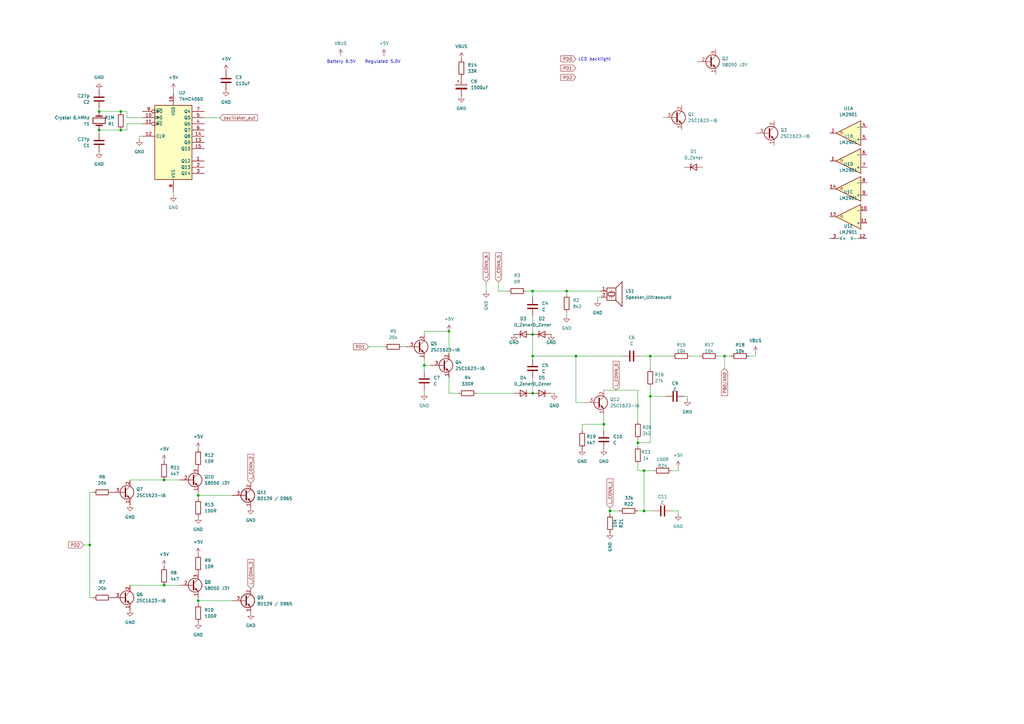
<source format=kicad_sch>
(kicad_sch (version 20231120) (generator "eeschema") (generator_version "8.0")
  (paper "A3")
  (lib_symbols
    (symbol "74xx:74HC4060"
      (property "Reference" "U" (at 5.08 16.51 0))
      (property "Value" "74HC4060" (at 7.62 -16.51 0))
      (symbol "74HC4060_1_0"
        (pin output line (at 12.7 -7.62 180) (length 5.08) (name "Q12") (number "1"))
        (pin input clock (at -12.7 10.16 0) (length 5.08) (name "Φ0") (number "10"))
        (pin input inverted_clock (at -12.7 7.62 0) (length 5.08) (name "~{Φ1}") (number "11"))
        (pin input line (at -12.7 2.54 0) (length 5.08) (name "CLR") (number "12"))
        (pin output line (at 12.7 0 180) (length 5.08) (name "Q9") (number "13"))
        (pin output line (at 12.7 2.54 180) (length 5.08) (name "Q8") (number "14"))
        (pin output line (at 12.7 -2.54 180) (length 5.08) (name "Q10") (number "15"))
        (pin power_in line (at 0 20.32 270) (length 5.08) (name "VDD") (number "16"))
        (pin output line (at 12.7 -10.16 180) (length 5.08) (name "Q13") (number "2"))
        (pin output line (at 12.7 -12.7 180) (length 5.08) (name "Q14") (number "3"))
        (pin output line (at 12.7 7.62 180) (length 5.08) (name "Q6") (number "4"))
        (pin output line (at 12.7 10.16 180) (length 5.08) (name "Q5") (number "5"))
        (pin output line (at 12.7 5.08 180) (length 5.08) (name "Q7") (number "6"))
        (pin output line (at 12.7 12.7 180) (length 5.08) (name "Q4") (number "7"))
        (pin power_in line (at 0 -20.32 90) (length 5.08) (name "VSS") (number "8"))
        (pin input inverted_clock (at -12.7 12.7 0) (length 5.08) (name "~{Φ0}") (number "9"))
      )
      (symbol "74HC4060_1_1"
        (rectangle (start -7.62 15.24) (end 7.62 -15.24) (stroke (width 0.254)) (fill (type background)))
      )
    )
    (symbol "Comparator:LM2901" (pin_names (offset 0.127))
      (property "Reference" "U" (at 0 5.08 0))
      (property "Value" "LM2901" (at 0 -5.08 0))
      (symbol "LM2901_1_1"
        (polyline (pts (xy -5.08 5.08) (xy 5.08 0) (xy -5.08 -5.08) (xy -5.08 5.08)) (stroke (width 0.254)) (fill (type background)))
        (polyline (pts (xy 3.302 -0.508) (xy 2.794 -0.508) (xy 3.302 0) (xy 2.794 0.508) (xy 2.286 0) (xy 2.794 -0.508) (xy 2.286 -0.508)) (stroke (width 0.127)))
        (pin open_collector line (at 7.62 0 180) (length 2.54) (name "~") (number "2"))
        (pin input line (at -7.62 -2.54 0) (length 2.54) (name "-") (number "4"))
        (pin input line (at -7.62 2.54 0) (length 2.54) (name "+") (number "5"))
      )
      (symbol "LM2901_2_1"
        (polyline (pts (xy -5.08 5.08) (xy 5.08 0) (xy -5.08 -5.08) (xy -5.08 5.08)) (stroke (width 0.254)) (fill (type background)))
        (polyline (pts (xy 3.302 -0.508) (xy 2.794 -0.508) (xy 3.302 0) (xy 2.794 0.508) (xy 2.286 0) (xy 2.794 -0.508) (xy 2.286 -0.508)) (stroke (width 0.127)))
        (pin open_collector line (at 7.62 0 180) (length 2.54) (name "~") (number "1"))
        (pin input line (at -7.62 -2.54 0) (length 2.54) (name "-") (number "6"))
        (pin input line (at -7.62 2.54 0) (length 2.54) (name "+") (number "7"))
      )
      (symbol "LM2901_3_1"
        (polyline (pts (xy -5.08 5.08) (xy 5.08 0) (xy -5.08 -5.08) (xy -5.08 5.08)) (stroke (width 0.254)) (fill (type background)))
        (polyline (pts (xy 3.302 -0.508) (xy 2.794 -0.508) (xy 3.302 0) (xy 2.794 0.508) (xy 2.286 0) (xy 2.794 -0.508) (xy 2.286 -0.508)) (stroke (width 0.127)))
        (pin input line (at -7.62 -2.54 0) (length 2.54) (name "-") (number "10"))
        (pin input line (at -7.62 2.54 0) (length 2.54) (name "+") (number "11"))
        (pin open_collector line (at 7.62 0 180) (length 2.54) (name "~") (number "13"))
      )
      (symbol "LM2901_4_1"
        (polyline (pts (xy -5.08 5.08) (xy 5.08 0) (xy -5.08 -5.08) (xy -5.08 5.08)) (stroke (width 0.254)) (fill (type background)))
        (polyline (pts (xy 3.302 -0.508) (xy 2.794 -0.508) (xy 3.302 0) (xy 2.794 0.508) (xy 2.286 0) (xy 2.794 -0.508) (xy 2.286 -0.508)) (stroke (width 0.127)))
        (pin open_collector line (at 7.62 0 180) (length 2.54) (name "~") (number "14"))
        (pin input line (at -7.62 -2.54 0) (length 2.54) (name "-") (number "8"))
        (pin input line (at -7.62 2.54 0) (length 2.54) (name "+") (number "9"))
      )
      (symbol "LM2901_5_1"
        (pin power_in line (at -2.54 -7.62 90) (length 3.81) (name "V-") (number "12"))
        (pin power_in line (at -2.54 7.62 270) (length 3.81) (name "V+") (number "3"))
      )
    )
    (symbol "Device:C" (pin_numbers hide) (pin_names (offset 0.254))
      (property "Reference" "C" (at 0.635 2.54 0))
      (property "Value" "C" (at 0.635 -2.54 0))
      (symbol "C_0_1"
        (polyline (pts (xy -2.032 -0.762) (xy 2.032 -0.762)) (stroke (width 0.508)))
        (polyline (pts (xy -2.032 0.762) (xy 2.032 0.762)) (stroke (width 0.508)))
      )
      (symbol "C_1_1"
        (pin passive line (at 0 3.81 270) (length 2.794) (name "~") (number "1"))
        (pin passive line (at 0 -3.81 90) (length 2.794) (name "~") (number "2"))
      )
    )
    (symbol "Device:C_Polarized" (pin_numbers hide) (pin_names (offset 0.254))
      (property "Reference" "C" (at 0.635 2.54 0))
      (property "Value" "C_Polarized" (at 0.635 -2.54 0))
      (symbol "C_Polarized_0_1"
        (rectangle (start -2.286 0.508) (end 2.286 1.016))
        (polyline (pts (xy -1.778 2.286) (xy -0.762 2.286)))
        (polyline (pts (xy -1.27 2.794) (xy -1.27 1.778)))
        (rectangle (start 2.286 -0.508) (end -2.286 -1.016) (fill (type outline)))
      )
      (symbol "C_Polarized_1_1"
        (pin passive line (at 0 3.81 270) (length 2.794) (name "~") (number "1"))
        (pin passive line (at 0 -3.81 90) (length 2.794) (name "~") (number "2"))
      )
    )
    (symbol "Device:Crystal" (pin_numbers hide) (pin_names (offset 1.016) hide)
      (property "Reference" "Y" (at 0 3.81 0))
      (property "Value" "Crystal" (at 0 -3.81 0))
      (symbol "Crystal_0_1"
        (rectangle (start -1.143 2.54) (end 1.143 -2.54) (stroke (width 0.3048)))
        (polyline (pts (xy -2.54 0) (xy -1.905 0)))
        (polyline (pts (xy -1.905 -1.27) (xy -1.905 1.27)) (stroke (width 0.508)))
        (polyline (pts (xy 1.905 -1.27) (xy 1.905 1.27)) (stroke (width 0.508)))
        (polyline (pts (xy 2.54 0) (xy 1.905 0)))
      )
      (symbol "Crystal_1_1"
        (pin passive line (at -3.81 0 0) (length 1.27) (name "1") (number "1"))
        (pin passive line (at 3.81 0 180) (length 1.27) (name "2") (number "2"))
      )
    )
    (symbol "Device:D_Zener" (pin_numbers hide) (pin_names (offset 1.016) hide)
      (property "Reference" "D" (at 0 2.54 0))
      (property "Value" "D_Zener" (at 0 -2.54 0))
      (symbol "D_Zener_0_1"
        (polyline (pts (xy 1.27 0) (xy -1.27 0)))
        (polyline (pts (xy -1.27 -1.27) (xy -1.27 1.27) (xy -0.762 1.27)) (stroke (width 0.254)))
        (polyline (pts (xy 1.27 -1.27) (xy 1.27 1.27) (xy -1.27 0) (xy 1.27 -1.27)) (stroke (width 0.254)))
      )
      (symbol "D_Zener_1_1"
        (pin passive line (at -3.81 0 0) (length 2.54) (name "K") (number "1"))
        (pin passive line (at 3.81 0 180) (length 2.54) (name "A") (number "2"))
      )
    )
    (symbol "Device:R" (pin_numbers hide) (pin_names (offset 0))
      (property "Reference" "R" (at 2.032 0 90))
      (property "Value" "R" (at 0 0 90))
      (symbol "R_0_1"
        (rectangle (start -1.016 -2.54) (end 1.016 2.54) (stroke (width 0.254)))
      )
      (symbol "R_1_1"
        (pin passive line (at 0 3.81 270) (length 1.27) (name "~") (number "1"))
        (pin passive line (at 0 -3.81 90) (length 1.27) (name "~") (number "2"))
      )
    )
    (symbol "Device:Speaker_Ultrasound" (pin_names (offset 0) hide)
      (property "Reference" "LS" (at 0.635 5.715 0))
      (property "Value" "Speaker_Ultrasound" (at 0.635 3.81 0))
      (symbol "Speaker_Ultrasound_0_0"
        (rectangle (start -2.54 1.27) (end 1.143 -3.81) (stroke (width 0.254)))
        (rectangle (start -2.032 -0.635) (end 0.635 -1.905) (stroke (width 0.254)))
        (polyline (pts (xy -1.651 -2.286) (xy 0.381 -2.286)))
        (polyline (pts (xy -1.651 -0.254) (xy 0.381 -0.254)))
        (polyline (pts (xy -0.635 -2.286) (xy -0.635 -3.048)))
        (polyline (pts (xy -0.635 -0.254) (xy -0.635 0.508)))
        (polyline (pts (xy 1.143 1.27) (xy 3.683 3.81) (xy 3.683 -6.35) (xy 1.143 -3.81)) (stroke (width 0.254)))
      )
      (symbol "Speaker_Ultrasound_1_1"
        (pin input line (at -5.08 0 0) (length 2.54) (name "1") (number "1"))
        (pin input line (at -5.08 -2.54 0) (length 2.54) (name "2") (number "2"))
      )
    )
    (symbol "Transistor_BJT:2SC1815" (pin_names (offset 0) hide)
      (property "Reference" "Q" (at 5.08 1.905 0))
      (property "Value" "2SC1815" (at 5.08 0 0))
      (symbol "2SC1815_0_1"
        (polyline (pts (xy 0 0) (xy 0.508 0)))
        (polyline (pts (xy 0.635 0.635) (xy 2.54 2.54)))
        (polyline (pts (xy 0.635 -0.635) (xy 2.54 -2.54) (xy 2.54 -2.54)))
        (polyline (pts (xy 0.635 1.905) (xy 0.635 -1.905) (xy 0.635 -1.905)) (stroke (width 0.508)))
        (polyline (pts (xy 1.27 -1.778) (xy 1.778 -1.27) (xy 2.286 -2.286) (xy 1.27 -1.778) (xy 1.27 -1.778)) (fill (type outline)))
        (circle (center 1.27 0) (radius 2.8194) (stroke (width 0.254)))
      )
      (symbol "2SC1815_1_1"
        (pin passive line (at 2.54 -5.08 90) (length 2.54) (name "E") (number "1"))
        (pin passive line (at 2.54 5.08 270) (length 2.54) (name "C") (number "2"))
        (pin input line (at -5.08 0 0) (length 5.08) (name "B") (number "3"))
      )
    )
    (symbol "Transistor_BJT:BD139" (pin_names (offset 0) hide)
      (property "Reference" "Q" (at 5.08 1.905 0))
      (property "Value" "BD139" (at 5.08 0 0))
      (symbol "BD139_0_1"
        (polyline (pts (xy 0 0) (xy 0.635 0)))
        (polyline (pts (xy 2.54 -2.54) (xy 0.635 -0.635)))
        (polyline (pts (xy 2.54 2.54) (xy 0.635 0.635)))
        (polyline (pts (xy 0.635 1.905) (xy 0.635 -1.905) (xy 0.635 -1.905)) (stroke (width 0.508)) (fill (type outline)))
        (polyline (pts (xy 1.2446 -1.778) (xy 1.7526 -1.27) (xy 2.286 -2.286) (xy 1.2446 -1.778) (xy 1.2446 -1.778)) (fill (type outline)))
        (circle (center 1.27 0) (radius 2.8194) (stroke (width 0.3048)))
      )
      (symbol "BD139_1_1"
        (pin passive line (at 2.54 -5.08 90) (length 2.54) (name "E") (number "1"))
        (pin passive line (at 2.54 5.08 270) (length 2.54) (name "C") (number "2"))
        (pin input line (at -5.08 0 0) (length 5.08) (name "B") (number "3"))
      )
    )
    (symbol "Transistor_BJT:S8050" (pin_names (offset 0) hide)
      (property "Reference" "Q" (at 5.08 1.905 0))
      (property "Value" "S8050" (at 5.08 0 0))
      (symbol "S8050_0_1"
        (polyline (pts (xy 0 0) (xy 0.635 0)))
        (polyline (pts (xy 0.635 0.635) (xy 2.54 2.54)))
        (polyline (pts (xy 0.635 -0.635) (xy 2.54 -2.54) (xy 2.54 -2.54)))
        (polyline (pts (xy 0.635 1.905) (xy 0.635 -1.905) (xy 0.635 -1.905)) (stroke (width 0.508)))
        (polyline (pts (xy 1.27 -1.778) (xy 1.778 -1.27) (xy 2.286 -2.286) (xy 1.27 -1.778) (xy 1.27 -1.778)) (fill (type outline)))
        (circle (center 1.27 0) (radius 2.8194) (stroke (width 0.254)))
      )
      (symbol "S8050_1_1"
        (pin passive line (at 2.54 -5.08 90) (length 2.54) (name "E") (number "1"))
        (pin input line (at -5.08 0 0) (length 5.08) (name "B") (number "2"))
        (pin passive line (at 2.54 5.08 270) (length 2.54) (name "C") (number "3"))
      )
    )
    (symbol "power:+5V" (power) (pin_numbers hide) (pin_names (offset 0) hide)
      (property "Value" "+5V" (at 0 3.556 0))
      (symbol "+5V_0_1"
        (polyline (pts (xy -0.762 1.27) (xy 0 2.54)))
        (polyline (pts (xy 0 0) (xy 0 2.54)))
        (polyline (pts (xy 0 2.54) (xy 0.762 1.27)))
      )
      (symbol "+5V_1_1"
        (pin power_in line (at 0 0 90) (length 0) (name "~") (number "1"))
      )
    )
    (symbol "power:GND" (power) (pin_numbers hide) (pin_names (offset 0) hide)
      (property "Value" "GND" (at 0 -3.81 0))
      (symbol "GND_0_1"
        (polyline (pts (xy 0 0) (xy 0 -1.27) (xy 1.27 -1.27) (xy 0 -2.54) (xy -1.27 -1.27) (xy 0 -1.27)))
      )
      (symbol "GND_1_1"
        (pin power_in line (at 0 0 270) (length 0) (name "~") (number "1"))
      )
    )
    (symbol "power:VBUS" (power) (pin_numbers hide) (pin_names (offset 0) hide)
      (property "Value" "VBUS" (at 0 3.556 0))
      (symbol "VBUS_0_1"
        (polyline (pts (xy -0.762 1.27) (xy 0 2.54)))
        (polyline (pts (xy 0 0) (xy 0 2.54)))
        (polyline (pts (xy 0 2.54) (xy 0.762 1.27)))
      )
      (symbol "VBUS_1_1"
        (pin power_in line (at 0 0 90) (length 0) (name "~") (number "1"))
      )
    )
  )
  (junction (at 297.18 146.05))
  (junction (at 250.19 209.55))
  (junction (at 81.28 246.38))
  (junction (at 81.28 203.2))
  (junction (at 173.99 149.86))
  (junction (at 247.65 173.99))
  (junction (at 67.31 196.85))
  (junction (at 218.44 137.16))
  (junction (at 236.22 146.05))
  (junction (at 266.7 162.56))
  (junction (at 264.16 193.04))
  (junction (at 67.31 240.03))
  (junction (at 261.62 181.61))
  (junction (at 266.7 146.05))
  (junction (at 40.64 45.72))
  (junction (at 49.53 53.34))
  (junction (at 218.44 161.29))
  (junction (at 40.64 53.34))
  (junction (at 36.83 223.52))
  (junction (at 232.41 119.38))
  (junction (at 264.16 209.55))
  (junction (at 218.44 146.05))
  (junction (at 184.15 135.89))
  (junction (at 49.53 45.72))
  (junction (at 218.44 119.38))
  (wire (pts (xy 280.67 162.56) (xy 281.94 162.56)))
  (wire (pts (xy 247.65 170.18) (xy 247.65 173.99)))
  (wire (pts (xy 81.28 247.65) (xy 81.28 246.38)))
  (wire (pts (xy 281.94 162.56) (xy 281.94 163.83)))
  (wire (pts (xy 266.7 181.61) (xy 261.62 181.61)))
  (wire (pts (xy 261.62 160.02) (xy 261.62 172.72)))
  (wire (pts (xy 184.15 135.89) (xy 184.15 144.78)))
  (wire (pts (xy 218.44 137.16) (xy 218.44 146.05)))
  (wire (pts (xy 218.44 161.29) (xy 218.44 154.94)))
  (wire (pts (xy 173.99 160.02) (xy 173.99 161.29)))
  (wire (pts (xy 264.16 209.55) (xy 261.62 209.55)))
  (wire (pts (xy 247.65 160.02) (xy 261.62 160.02)))
  (wire (pts (xy 278.13 191.77) (xy 278.13 193.04)))
  (wire (pts (xy 36.83 201.93) (xy 36.83 223.52)))
  (wire (pts (xy 232.41 129.54) (xy 232.41 128.27)))
  (wire (pts (xy 173.99 147.32) (xy 173.99 149.86)))
  (wire (pts (xy 36.83 223.52) (xy 36.83 245.11)))
  (wire (pts (xy 173.99 135.89) (xy 184.15 135.89)))
  (wire (pts (xy 83.82 48.26) (xy 90.17 48.26)))
  (wire (pts (xy 218.44 119.38) (xy 232.41 119.38)))
  (wire (pts (xy 245.11 121.92) (xy 245.11 123.19)))
  (wire (pts (xy 52.07 45.72) (xy 49.53 45.72)))
  (wire (pts (xy 165.1 142.24) (xy 166.37 142.24)))
  (wire (pts (xy 299.72 146.05) (xy 297.18 146.05)))
  (wire (pts (xy 218.44 121.92) (xy 218.44 119.38)))
  (wire (pts (xy 204.47 115.57) (xy 204.47 119.38)))
  (wire (pts (xy 195.58 161.29) (xy 210.82 161.29)))
  (wire (pts (xy 266.7 151.13) (xy 266.7 146.05)))
  (wire (pts (xy 261.62 193.04) (xy 264.16 193.04)))
  (wire (pts (xy 52.07 53.34) (xy 49.53 53.34)))
  (wire (pts (xy 58.42 48.26) (xy 52.07 48.26)))
  (wire (pts (xy 81.28 246.38) (xy 81.28 245.11)))
  (wire (pts (xy 173.99 152.4) (xy 173.99 149.86)))
  (wire (pts (xy 262.89 146.05) (xy 266.7 146.05)))
  (wire (pts (xy 297.18 151.13) (xy 297.18 146.05)))
  (wire (pts (xy 287.02 146.05) (xy 283.21 146.05)))
  (wire (pts (xy 81.28 246.38) (xy 95.25 246.38)))
  (wire (pts (xy 57.15 55.88) (xy 57.15 57.15)))
  (wire (pts (xy 215.9 119.38) (xy 218.44 119.38)))
  (wire (pts (xy 236.22 146.05) (xy 218.44 146.05)))
  (wire (pts (xy 151.13 142.24) (xy 157.48 142.24)))
  (wire (pts (xy 36.83 201.93) (xy 38.1 201.93)))
  (wire (pts (xy 264.16 193.04) (xy 267.97 193.04)))
  (wire (pts (xy 173.99 135.89) (xy 173.99 137.16)))
  (wire (pts (xy 49.53 45.72) (xy 40.64 45.72)))
  (wire (pts (xy 53.34 240.03) (xy 67.31 240.03)))
  (wire (pts (xy 264.16 193.04) (xy 264.16 209.55)))
  (wire (pts (xy 297.18 146.05) (xy 294.64 146.05)))
  (wire (pts (xy 278.13 209.55) (xy 275.59 209.55)))
  (wire (pts (xy 184.15 161.29) (xy 187.96 161.29)))
  (wire (pts (xy 58.42 55.88) (xy 57.15 55.88)))
  (wire (pts (xy 232.41 119.38) (xy 246.38 119.38)))
  (wire (pts (xy 247.65 173.99) (xy 247.65 176.53)))
  (wire (pts (xy 218.44 129.54) (xy 218.44 137.16)))
  (wire (pts (xy 266.7 146.05) (xy 275.59 146.05)))
  (wire (pts (xy 49.53 53.34) (xy 40.64 53.34)))
  (wire (pts (xy 81.28 203.2) (xy 81.28 201.93)))
  (wire (pts (xy 71.12 36.83) (xy 71.12 38.1)))
  (wire (pts (xy 273.05 162.56) (xy 266.7 162.56)))
  (wire (pts (xy 199.39 119.38) (xy 199.39 115.57)))
  (wire (pts (xy 34.29 223.52) (xy 36.83 223.52)))
  (wire (pts (xy 266.7 162.56) (xy 266.7 181.61)))
  (wire (pts (xy 278.13 193.04) (xy 275.59 193.04)))
  (wire (pts (xy 254 209.55) (xy 250.19 209.55)))
  (wire (pts (xy 238.76 173.99) (xy 247.65 173.99)))
  (wire (pts (xy 261.62 181.61) (xy 261.62 180.34)))
  (wire (pts (xy 81.28 204.47) (xy 81.28 203.2)))
  (wire (pts (xy 278.13 210.82) (xy 278.13 209.55)))
  (wire (pts (xy 218.44 147.32) (xy 218.44 146.05)))
  (wire (pts (xy 67.31 240.03) (xy 73.66 240.03)))
  (wire (pts (xy 173.99 149.86) (xy 176.53 149.86)))
  (wire (pts (xy 255.27 146.05) (xy 236.22 146.05)))
  (wire (pts (xy 81.28 203.2) (xy 95.25 203.2)))
  (wire (pts (xy 71.12 78.74) (xy 71.12 80.01)))
  (wire (pts (xy 38.1 245.11) (xy 36.83 245.11)))
  (wire (pts (xy 250.19 210.82) (xy 250.19 209.55)))
  (wire (pts (xy 58.42 50.8) (xy 52.07 50.8)))
  (wire (pts (xy 232.41 120.65) (xy 232.41 119.38)))
  (wire (pts (xy 309.88 146.05) (xy 309.88 144.78)))
  (wire (pts (xy 238.76 176.53) (xy 238.76 173.99)))
  (wire (pts (xy 261.62 182.88) (xy 261.62 181.61)))
  (wire (pts (xy 40.64 54.61) (xy 40.64 53.34)))
  (wire (pts (xy 67.31 196.85) (xy 73.66 196.85)))
  (wire (pts (xy 52.07 48.26) (xy 52.07 45.72)))
  (wire (pts (xy 227.33 161.29) (xy 226.06 161.29)))
  (wire (pts (xy 204.47 119.38) (xy 208.28 119.38)))
  (wire (pts (xy 246.38 121.92) (xy 245.11 121.92)))
  (wire (pts (xy 184.15 154.94) (xy 184.15 161.29)))
  (wire (pts (xy 240.03 165.1) (xy 236.22 165.1)))
  (wire (pts (xy 40.64 45.72) (xy 40.64 44.45)))
  (wire (pts (xy 236.22 165.1) (xy 236.22 146.05)))
  (wire (pts (xy 52.07 50.8) (xy 52.07 53.34)))
  (wire (pts (xy 307.34 146.05) (xy 309.88 146.05)))
  (wire (pts (xy 53.34 196.85) (xy 67.31 196.85)))
  (wire (pts (xy 267.97 209.55) (xy 264.16 209.55)))
  (wire (pts (xy 266.7 162.56) (xy 266.7 158.75)))
  (wire (pts (xy 261.62 190.5) (xy 261.62 193.04)))
  (wire (pts (xy 250.19 209.55) (xy 250.19 208.28)))
  (text "Regulated 5.0V" (at 156.972 25.4 0) (effects (font (size 1.27 1.27))))
  (text "LCD backlight" (at 243.84 24.384 0) (effects (font (size 1.27 1.27))))
  (text "Battery 6.5V" (at 139.954 25.4 0) (effects (font (size 1.27 1.27))))
  (global_label "L_CONN_6" (shape input) (at 199.39 115.57 90) (property "Intersheetrefs" "${INTERSHEET_REFS}" (effects (hide yes))))
  (global_label "PD2" (shape input) (at 34.29 223.52 180) (property "Intersheetrefs" "${INTERSHEET_REFS}" (effects (hide yes))))
  (global_label "L_CONN_5" (shape input) (at 204.47 115.57 90) (property "Intersheetrefs" "${INTERSHEET_REFS}" (effects (hide yes))))
  (global_label "L_CONN_0" (shape input) (at 252.73 160.02 90) (property "Intersheetrefs" "${INTERSHEET_REFS}" (effects (hide yes))))
  (global_label "PD1" (shape input) (at 236.22 27.94 180) (property "Intersheetrefs" "${INTERSHEET_REFS}" (effects (hide yes))))
  (global_label "L_CONN_3" (shape input) (at 102.87 241.3 90) (property "Intersheetrefs" "${INTERSHEET_REFS}" (effects (hide yes))))
  (global_label "PD0" (shape input) (at 236.22 24.13 180) (property "Intersheetrefs" "${INTERSHEET_REFS}" (effects (hide yes))))
  (global_label "oscillator_out" (shape input) (at 90.17 48.26 0) (property "Intersheetrefs" "${INTERSHEET_REFS}" (effects (hide yes))))
  (global_label "L_CONN_1" (shape input) (at 250.19 208.28 90) (property "Intersheetrefs" "${INTERSHEET_REFS}" (effects (hide yes))))
  (global_label "L_CONN_2" (shape input) (at 102.87 198.12 90) (property "Intersheetrefs" "${INTERSHEET_REFS}" (effects (hide yes))))
  (global_label "PD2" (shape input) (at 236.22 31.75 180) (property "Intersheetrefs" "${INTERSHEET_REFS}" (effects (hide yes))))
  (global_label "PD1" (shape input) (at 151.13 142.24 180) (property "Intersheetrefs" "${INTERSHEET_REFS}" (effects (hide yes))))
  (global_label "PB0{slash}AN0" (shape input) (at 297.18 151.13 270) (property "Intersheetrefs" "${INTERSHEET_REFS}" (effects (hide yes))))
  (symbol (lib_id "power:+5V") (at 67.31 189.23 0) (unit 1)
    (property "Reference" "#PWR023" (effects (hide yes)))
    (property "Value" "+5V" (at 67.31 184.15 0))
    (property "Description" "Power symbol creates a global label with name \"+5V\"" (effects (hide yes)))
  )
  (symbol (lib_id "power:GND") (at 250.19 218.44 0) (unit 1)
    (property "Reference" "#PWR032" (effects (hide yes)))
    (property "Value" "GND" (at 250.1901 222.25 90) (effects (justify right)))
    (property "Description" "Power symbol creates a global label with name \"GND\" , ground" (effects (hide yes)))
  )
  (symbol (lib_id "Device:Speaker_Ultrasound") (at 251.46 119.38 0) (unit 1)
    (property "Reference" "LS1" (at 256.54 119.3799 0) (effects (justify left)))
    (property "Value" "Speaker_Ultrasound" (at 256.54 121.9199 0) (effects (justify left)))
    (property "Description" "Ultrasonic transducer" (effects (hide yes)))
  )
  (symbol (lib_id "power:GND") (at 245.11 123.19 0) (unit 1)
    (property "Reference" "#PWR03" (effects (hide yes)))
    (property "Value" "GND" (at 245.11 128.27 0))
    (property "Description" "Power symbol creates a global label with name \"GND\" , ground" (effects (hide yes)))
  )
  (symbol (lib_id "Device:R") (at 81.28 187.96 180) (unit 1)
    (property "Reference" "R12" (at 83.82 186.6899 0) (effects (justify right)))
    (property "Value" "10R" (at 83.82 189.2299 0) (effects (justify right)))
    (property "Description" "Resistor" (effects (hide yes)))
  )
  (symbol (lib_id "power:+5V") (at 278.13 191.77 0) (unit 1)
    (property "Reference" "#PWR034" (effects (hide yes)))
    (property "Value" "+5V" (at 278.13 186.69 0))
    (property "Description" "Power symbol creates a global label with name \"+5V\"" (effects (hide yes)))
  )
  (symbol (lib_id "Transistor_BJT:2SC1815") (at 245.11 165.1 0) (unit 1)
    (property "Reference" "Q12" (at 250.19 163.8299 0) (effects (justify left)))
    (property "Value" "2SC1623-l6" (at 250.19 166.3699 0) (effects (justify left)))
    (property "Footprint" "Package_TO_SOT_THT:TO-92_Inline" (effects (hide yes)))
    (property "Datasheet" "https://media.digikey.com/pdf/Data%20Sheets/Toshiba%20PDFs/2SC1815.pdf" (effects (hide yes)))
    (property "Description" "0.15A Ic, 50V Vce, Low Noise Audio NPN Transistor, TO-92" (effects (hide yes)))
    (property "LCSC" "C181167" (effects (hide yes)))
  )
  (symbol (lib_id "power:GND") (at 199.39 119.38 0) (unit 1)
    (property "Reference" "#PWR036" (effects (hide yes)))
    (property "Value" "GND" (at 199.3901 123.19 90) (effects (justify right)))
    (property "Description" "Power symbol creates a global label with name \"GND\" , ground" (effects (hide yes)))
  )
  (symbol (lib_id "power:GND") (at 81.28 212.09 0) (unit 1)
    (property "Reference" "#PWR021" (effects (hide yes)))
    (property "Value" "GND" (at 81.28 217.17 0))
    (property "Description" "Power symbol creates a global label with name \"GND\" , ground" (effects (hide yes)))
  )
  (symbol (lib_id "power:GND") (at 226.06 137.16 0) (unit 1)
    (property "Reference" "#PWR09" (effects (hide yes)))
    (property "Value" "GND" (at 226.06 140.462 0))
    (property "Description" "Power symbol creates a global label with name \"GND\" , ground" (effects (hide yes)))
  )
  (symbol (lib_id "Device:R") (at 303.53 146.05 270) (unit 1)
    (property "Reference" "R18" (at 303.53 141.478 90))
    (property "Value" "10k" (at 303.53 144.018 90))
    (property "Description" "Resistor" (effects (hide yes)))
  )
  (symbol (lib_id "power:GND") (at 92.71 36.83 0) (unit 1)
    (property "Reference" "#PWR07" (effects (hide yes)))
    (property "Value" "GND" (at 92.71 41.91 0))
    (property "Description" "Power symbol creates a global label with name \"GND\" , ground" (effects (hide yes)))
  )
  (symbol (lib_id "Device:R") (at 266.7 154.94 0) (unit 1)
    (property "Reference" "R16" (at 268.478 153.67 0) (effects (justify left)))
    (property "Value" "27k" (at 268.478 156.21 0) (effects (justify left)))
    (property "Description" "Resistor" (effects (hide yes)))
  )
  (symbol (lib_id "power:GND") (at 40.64 36.83 180) (unit 1)
    (property "Reference" "#PWR04" (effects (hide yes)))
    (property "Value" "GND" (at 40.64 31.75 0))
    (property "Description" "Power symbol creates a global label with name \"GND\" , ground" (effects (hide yes)))
  )
  (symbol (lib_id "Transistor_BJT:BD139") (at 100.33 203.2 0) (unit 1)
    (property "Reference" "Q11" (at 105.41 201.9299 0) (effects (justify left)))
    (property "Value" "BD139 / D965" (at 105.41 204.4699 0) (effects (justify left)))
    (property "Footprint" "Package_TO_SOT_THT:TO-126-3_Vertical" (effects (hide yes)))
    (property "Datasheet" "http://www.st.com/internet/com/TECHNICAL_RESOURCES/TECHNICAL_LITERATURE/DATASHEET/CD00001225.pdf" (effects (hide yes)))
    (property "Description" "1.5A Ic, 80V Vce, Low Voltage Transistor, TO-126" (effects (hide yes)))
  )
  (symbol (lib_id "power:GND") (at 102.87 251.46 0) (unit 1)
    (property "Reference" "#PWR020" (effects (hide yes)))
    (property "Value" "GND" (at 102.87 256.54 0))
    (property "Description" "Power symbol creates a global label with name \"GND\" , ground" (effects (hide yes)))
  )
  (symbol (lib_id "Device:D_Zener") (at 222.25 161.29 180) (unit 1)
    (property "Reference" "D5" (at 222.25 154.94 0))
    (property "Value" "D_Zener" (at 222.25 157.48 0))
    (property "Description" "Zener diode" (effects (hide yes)))
  )
  (symbol (lib_id "power:VBUS") (at 139.7 22.86 0) (unit 1)
    (property "Reference" "#PWR012" (effects (hide yes)))
    (property "Value" "VBUS" (at 139.7 17.78 0))
    (property "Description" "Power symbol creates a global label with name \"VBUS\"" (effects (hide yes)))
  )
  (symbol (lib_id "power:GND") (at 189.23 39.37 0) (unit 1)
    (property "Reference" "#PWR028" (effects (hide yes)))
    (property "Value" "GND" (at 189.23 44.45 0))
    (property "Description" "Power symbol creates a global label with name \"GND\" , ground" (effects (hide yes)))
  )
  (symbol (lib_id "Comparator:LM2901") (at 347.98 95.25 90) (unit 5)
    (property "Reference" "U1" (at 347.98 92.71 90))
    (property "Value" "LM2901" (at 347.98 95.25 90))
    (property "Datasheet" "https://www.st.com/resource/en/datasheet/lm2901.pdf" (effects (hide yes)))
    (property "Description" "Quad Differential Comparators, DIP-14/SOIC-14/TSSOP-14" (effects (hide yes)))
  )
  (symbol (lib_id "Transistor_BJT:2SC1815") (at 314.96 54.61 0) (unit 1)
    (property "Reference" "Q3" (at 320.04 53.3399 0) (effects (justify left)))
    (property "Value" "2SC1623-l6" (at 320.04 55.8799 0) (effects (justify left)))
    (property "Footprint" "Package_TO_SOT_THT:TO-92_Inline" (effects (hide yes)))
    (property "Datasheet" "https://media.digikey.com/pdf/Data%20Sheets/Toshiba%20PDFs/2SC1815.pdf" (effects (hide yes)))
    (property "Description" "0.15A Ic, 50V Vce, Low Noise Audio NPN Transistor, TO-92" (effects (hide yes)))
    (property "LCSC" "C181167" (effects (hide yes)))
  )
  (symbol (lib_id "power:GND") (at 102.87 208.28 0) (unit 1)
    (property "Reference" "#PWR022" (effects (hide yes)))
    (property "Value" "GND" (at 102.87 213.36 0))
    (property "Description" "Power symbol creates a global label with name \"GND\" , ground" (effects (hide yes)))
  )
  (symbol (lib_id "power:+5V") (at 67.31 232.41 0) (unit 1)
    (property "Reference" "#PWR026" (effects (hide yes)))
    (property "Value" "+5V" (at 67.31 227.33 0))
    (property "Description" "Power symbol creates a global label with name \"+5V\"" (effects (hide yes)))
  )
  (symbol (lib_id "power:VBUS") (at 309.88 144.78 0) (unit 1)
    (property "Reference" "#PWR029" (effects (hide yes)))
    (property "Value" "VBUS" (at 309.88 139.7 0))
    (property "Description" "Power symbol creates a global label with name \"VBUS\"" (effects (hide yes)))
  )
  (symbol (lib_id "Device:R") (at 189.23 27.94 180) (unit 1)
    (property "Reference" "R14" (at 191.77 26.6699 0) (effects (justify right)))
    (property "Value" "33R" (at 191.77 29.2099 0) (effects (justify right)))
    (property "Description" "Resistor" (effects (hide yes)))
  )
  (symbol (lib_id "Device:D_Zener") (at 222.25 137.16 0) (unit 1)
    (property "Reference" "D2" (at 222.25 130.7189 0))
    (property "Value" "D_Zener" (at 222.25 133.2589 0))
    (property "Description" "Zener diode" (effects (hide yes)))
  )
  (symbol (lib_id "Device:R") (at 232.41 124.46 180) (unit 1)
    (property "Reference" "R2" (at 234.95 123.1899 0) (effects (justify right)))
    (property "Value" "8k2" (at 234.95 125.7299 0) (effects (justify right)))
    (property "Description" "Resistor" (effects (hide yes)))
  )
  (symbol (lib_id "power:+5V") (at 71.12 36.83 0) (unit 1)
    (property "Reference" "#PWR02" (effects (hide yes)))
    (property "Value" "+5V" (at 71.12 31.75 0))
    (property "Description" "Power symbol creates a global label with name \"+5V\"" (effects (hide yes)))
  )
  (symbol (lib_id "Device:D_Zener") (at 214.63 137.16 0) (unit 1)
    (property "Reference" "D3" (at 214.63 130.7189 0))
    (property "Value" "D_Zener" (at 214.63 133.2589 0))
    (property "Description" "Zener diode" (effects (hide yes)))
  )
  (symbol (lib_id "power:GND") (at 40.64 62.23 0) (unit 1)
    (property "Reference" "#PWR05" (effects (hide yes)))
    (property "Value" "GND" (at 40.64 67.31 0))
    (property "Description" "Power symbol creates a global label with name \"GND\" , ground" (effects (hide yes)))
  )
  (symbol (lib_id "power:GND") (at 227.33 161.29 0) (unit 1)
    (property "Reference" "#PWR013" (effects (hide yes)))
    (property "Value" "GND" (at 227.33 166.37 0))
    (property "Description" "Power symbol creates a global label with name \"GND\" , ground" (effects (hide yes)))
  )
  (symbol (lib_id "power:GND") (at 281.94 163.83 0) (unit 1)
    (property "Reference" "#PWR011" (effects (hide yes)))
    (property "Value" "GND" (at 281.94 168.91 0))
    (property "Description" "Power symbol creates a global label with name \"GND\" , ground" (effects (hide yes)))
  )
  (symbol (lib_id "power:GND") (at 57.15 57.15 0) (unit 1)
    (property "Reference" "#PWR08" (effects (hide yes)))
    (property "Value" "GND" (at 57.15 62.23 0))
    (property "Description" "Power symbol creates a global label with name \"GND\" , ground" (effects (hide yes)))
  )
  (symbol (lib_id "power:+5V") (at 92.71 29.21 0) (unit 1)
    (property "Reference" "#PWR06" (effects (hide yes)))
    (property "Value" "+5V" (at 92.71 24.13 0))
    (property "Description" "Power symbol creates a global label with name \"+5V\"" (effects (hide yes)))
  )
  (symbol (lib_id "Device:R") (at 271.78 193.04 270) (unit 1)
    (property "Reference" "R24" (at 271.78 191.008 90))
    (property "Value" "100R" (at 271.78 188.468 90))
    (property "Description" "Resistor" (effects (hide yes)))
  )
  (symbol (lib_id "Device:R") (at 250.19 214.63 180) (unit 1)
    (property "Reference" "R21" (at 254.762 214.63 90))
    (property "Value" "10k" (at 252.222 214.63 90))
    (property "Description" "Resistor" (effects (hide yes)))
  )
  (symbol (lib_id "Device:C") (at 276.86 162.56 90) (unit 1)
    (property "Reference" "C9" (at 276.86 157.226 90))
    (property "Value" "C" (at 276.86 159.766 90))
    (property "Description" "Unpolarized capacitor" (effects (hide yes)))
  )
  (symbol (lib_id "Device:C") (at 218.44 151.13 0) (unit 1)
    (property "Reference" "C5" (at 222.25 149.8599 0) (effects (justify left)))
    (property "Value" "C" (at 222.25 152.3999 0) (effects (justify left)))
    (property "Description" "Unpolarized capacitor" (effects (hide yes)))
  )
  (symbol (lib_id "Transistor_BJT:2SC1815") (at 181.61 149.86 0) (unit 1)
    (property "Reference" "Q4" (at 186.69 148.5899 0) (effects (justify left)))
    (property "Value" "2SC1623-l6" (at 186.69 151.1299 0) (effects (justify left)))
    (property "Footprint" "Package_TO_SOT_THT:TO-92_Inline" (effects (hide yes)))
    (property "Datasheet" "https://media.digikey.com/pdf/Data%20Sheets/Toshiba%20PDFs/2SC1815.pdf" (effects (hide yes)))
    (property "Description" "0.15A Ic, 50V Vce, Low Noise Audio NPN Transistor, TO-92" (effects (hide yes)))
    (property "LCSC" "C181167" (effects (hide yes)))
  )
  (symbol (lib_id "Transistor_BJT:2SC1815") (at 171.45 142.24 0) (unit 1)
    (property "Reference" "Q5" (at 176.53 140.9699 0) (effects (justify left)))
    (property "Value" "2SC1623-l6" (at 176.53 143.5099 0) (effects (justify left)))
    (property "Footprint" "Package_TO_SOT_THT:TO-92_Inline" (effects (hide yes)))
    (property "Datasheet" "https://media.digikey.com/pdf/Data%20Sheets/Toshiba%20PDFs/2SC1815.pdf" (effects (hide yes)))
    (property "Description" "0.15A Ic, 50V Vce, Low Noise Audio NPN Transistor, TO-92" (effects (hide yes)))
    (property "LCSC" "C181167" (effects (hide yes)))
  )
  (symbol (lib_id "Device:R") (at 67.31 193.04 180) (unit 1)
    (property "Reference" "R11" (at 69.85 191.7699 0) (effects (justify right)))
    (property "Value" "4k7" (at 69.85 194.3099 0) (effects (justify right)))
    (property "Description" "Resistor" (effects (hide yes)))
  )
  (symbol (lib_id "power:GND") (at 53.34 207.01 0) (unit 1)
    (property "Reference" "#PWR018" (effects (hide yes)))
    (property "Value" "GND" (at 53.34 212.09 0))
    (property "Description" "Power symbol creates a global label with name \"GND\" , ground" (effects (hide yes)))
  )
  (symbol (lib_id "Device:R") (at 261.62 186.69 180) (unit 1)
    (property "Reference" "R23" (at 264.922 185.42 0))
    (property "Value" "1k" (at 264.922 187.96 0))
    (property "Description" "Resistor" (effects (hide yes)))
  )
  (symbol (lib_id "Device:R") (at 81.28 231.14 180) (unit 1)
    (property "Reference" "R9" (at 83.82 229.8699 0) (effects (justify right)))
    (property "Value" "10R" (at 83.82 232.4099 0) (effects (justify right)))
    (property "Description" "Resistor" (effects (hide yes)))
  )
  (symbol (lib_id "Device:Crystal") (at 40.64 49.53 270) (unit 1)
    (property "Reference" "Y1" (at 36.83 50.8001 90) (effects (justify right)))
    (property "Value" "Crystal 6,4Mhz" (at 36.83 48.2601 90) (effects (justify right)))
    (property "Description" "Two pin crystal" (effects (hide yes)))
  )
  (symbol (lib_id "power:GND") (at 278.13 210.82 0) (unit 1)
    (property "Reference" "#PWR033" (effects (hide yes)))
    (property "Value" "GND" (at 278.13 215.9 0))
    (property "Description" "Power symbol creates a global label with name \"GND\" , ground" (effects (hide yes)))
  )
  (symbol (lib_id "Device:C") (at 218.44 125.73 0) (unit 1)
    (property "Reference" "C4" (at 222.25 124.4599 0) (effects (justify left)))
    (property "Value" "C" (at 222.25 126.9999 0) (effects (justify left)))
    (property "Description" "Unpolarized capacitor" (effects (hide yes)))
  )
  (symbol (lib_id "Device:D_Zener") (at 214.63 161.29 180) (unit 1)
    (property "Reference" "D4" (at 214.63 154.94 0))
    (property "Value" "D_Zener" (at 214.63 157.48 0))
    (property "Description" "Zener diode" (effects (hide yes)))
  )
  (symbol (lib_id "Device:R") (at 279.4 146.05 270) (unit 1)
    (property "Reference" "R15" (at 279.4 141.478 90))
    (property "Value" "10k" (at 279.4 144.018 90))
    (property "Description" "Resistor" (effects (hide yes)))
  )
  (symbol (lib_id "Device:C") (at 40.64 58.42 180) (unit 1)
    (property "Reference" "C1" (at 36.83 59.6901 0) (effects (justify left)))
    (property "Value" "C27p" (at 36.83 57.1501 0) (effects (justify left)))
    (property "Description" "Unpolarized capacitor" (effects (hide yes)))
  )
  (symbol (lib_id "Device:R") (at 41.91 245.11 270) (unit 1)
    (property "Reference" "R7" (at 41.91 238.76 90))
    (property "Value" "20k" (at 41.91 241.3 90))
    (property "Description" "Resistor" (effects (hide yes)))
  )
  (symbol (lib_id "Comparator:LM2901") (at 347.98 88.9 180) (unit 3)
    (property "Reference" "U1" (at 347.98 78.74 0))
    (property "Value" "LM2901" (at 347.98 81.28 0))
    (property "Datasheet" "https://www.st.com/resource/en/datasheet/lm2901.pdf" (effects (hide yes)))
    (property "Description" "Quad Differential Comparators, DIP-14/SOIC-14/TSSOP-14" (effects (hide yes)))
  )
  (symbol (lib_id "Device:C") (at 259.08 146.05 90) (unit 1)
    (property "Reference" "C6" (at 259.08 138.43 90))
    (property "Value" "C" (at 259.08 140.97 90))
    (property "Description" "Unpolarized capacitor" (effects (hide yes)))
  )
  (symbol (lib_id "power:VBUS") (at 189.23 24.13 0) (unit 1)
    (property "Reference" "#PWR027" (effects (hide yes)))
    (property "Value" "VBUS" (at 189.23 19.05 0))
    (property "Description" "Power symbol creates a global label with name \"VBUS\"" (effects (hide yes)))
  )
  (symbol (lib_id "power:+5V") (at 81.28 227.33 0) (unit 1)
    (property "Reference" "#PWR025" (effects (hide yes)))
    (property "Value" "+5V" (at 81.28 222.25 0))
    (property "Description" "Power symbol creates a global label with name \"+5V\"" (effects (hide yes)))
  )
  (symbol (lib_id "Device:C") (at 271.78 209.55 90) (unit 1)
    (property "Reference" "C11" (at 271.78 203.708 90))
    (property "Value" "C" (at 271.78 206.248 90))
    (property "Description" "Unpolarized capacitor" (effects (hide yes)))
  )
  (symbol (lib_id "Device:R") (at 261.62 176.53 0) (unit 1)
    (property "Reference" "R20" (at 263.398 175.26 0) (effects (justify left)))
    (property "Value" "2k2" (at 263.398 177.8 0) (effects (justify left)))
    (property "Description" "Resistor" (effects (hide yes)))
  )
  (symbol (lib_id "Device:R") (at 238.76 180.34 0) (unit 1)
    (property "Reference" "R19" (at 240.538 179.07 0) (effects (justify left)))
    (property "Value" "4k7" (at 240.538 181.61 0) (effects (justify left)))
    (property "Description" "Resistor" (effects (hide yes)))
  )
  (symbol (lib_id "power:GND") (at 210.82 137.16 0) (unit 1)
    (property "Reference" "#PWR010" (effects (hide yes)))
    (property "Value" "GND" (at 210.82 140.462 0))
    (property "Description" "Power symbol creates a global label with name \"GND\" , ground" (effects (hide yes)))
  )
  (symbol (lib_id "power:+5V") (at 81.28 184.15 0) (unit 1)
    (property "Reference" "#PWR024" (effects (hide yes)))
    (property "Value" "+5V" (at 81.28 179.07 0))
    (property "Description" "Power symbol creates a global label with name \"+5V\"" (effects (hide yes)))
  )
  (symbol (lib_id "power:GND") (at 238.76 184.15 0) (unit 1)
    (property "Reference" "#PWR030" (effects (hide yes)))
    (property "Value" "GND" (at 238.76 189.23 0))
    (property "Description" "Power symbol creates a global label with name \"GND\" , ground" (effects (hide yes)))
  )
  (symbol (lib_id "Device:R") (at 81.28 208.28 0) (unit 1)
    (property "Reference" "R13" (at 83.82 207.0099 0) (effects (justify left)))
    (property "Value" "100R" (at 83.82 209.5499 0) (effects (justify left)))
    (property "Description" "Resistor" (effects (hide yes)))
  )
  (symbol (lib_id "Device:R") (at 290.83 146.05 270) (unit 1)
    (property "Reference" "R17" (at 290.83 141.478 90))
    (property "Value" "10k" (at 290.83 144.018 90))
    (property "Description" "Resistor" (effects (hide yes)))
  )
  (symbol (lib_id "Comparator:LM2901") (at 347.98 66.04 180) (unit 2)
    (property "Reference" "U1" (at 347.98 55.88 0))
    (property "Value" "LM2901" (at 347.98 58.42 0))
    (property "Datasheet" "https://www.st.com/resource/en/datasheet/lm2901.pdf" (effects (hide yes)))
    (property "Description" "Quad Differential Comparators, DIP-14/SOIC-14/TSSOP-14" (effects (hide yes)))
  )
  (symbol (lib_id "power:+5V") (at 157.48 22.86 0) (unit 1)
    (property "Reference" "#PWR014" (effects (hide yes)))
    (property "Value" "+5V" (at 157.48 17.78 0))
    (property "Description" "Power symbol creates a global label with name \"+5V\"" (effects (hide yes)))
  )
  (symbol (lib_id "Device:C") (at 173.99 156.21 0) (unit 1)
    (property "Reference" "C7" (at 177.8 154.9399 0) (effects (justify left)))
    (property "Value" "C" (at 177.8 157.4799 0) (effects (justify left)))
    (property "Description" "Unpolarized capacitor" (effects (hide yes)))
  )
  (symbol (lib_id "Comparator:LM2901") (at 347.98 54.61 180) (unit 1)
    (property "Reference" "U1" (at 347.98 44.45 0))
    (property "Value" "LM2901" (at 347.98 46.99 0))
    (property "Datasheet" "https://www.st.com/resource/en/datasheet/lm2901.pdf" (effects (hide yes)))
    (property "Description" "Quad Differential Comparators, DIP-14/SOIC-14/TSSOP-14" (effects (hide yes)))
  )
  (symbol (lib_id "Device:C") (at 92.71 33.02 0) (unit 1)
    (property "Reference" "C3" (at 96.52 31.7499 0) (effects (justify left)))
    (property "Value" "C10uF" (at 96.52 34.2899 0) (effects (justify left)))
    (property "Description" "Unpolarized capacitor" (effects (hide yes)))
  )
  (symbol (lib_id "Transistor_BJT:2SC1815") (at 277.0426 48.1689 0) (unit 1)
    (property "Reference" "Q1" (at 282.1226 46.8988 0) (effects (justify left)))
    (property "Value" "2SC1623-l6" (at 282.1226 49.4388 0) (effects (justify left)))
    (property "Footprint" "Package_TO_SOT_THT:TO-92_Inline" (effects (hide yes)))
    (property "Datasheet" "https://media.digikey.com/pdf/Data%20Sheets/Toshiba%20PDFs/2SC1815.pdf" (effects (hide yes)))
    (property "Description" "0.15A Ic, 50V Vce, Low Noise Audio NPN Transistor, TO-92" (effects (hide yes)))
    (property "LCSC" "C181167" (effects (hide yes)))
  )
  (symbol (lib_id "power:GND") (at 53.34 250.19 0) (unit 1)
    (property "Reference" "#PWR017" (effects (hide yes)))
    (property "Value" "GND" (at 53.34 255.27 0))
    (property "Description" "Power symbol creates a global label with name \"GND\" , ground" (effects (hide yes)))
  )
  (symbol (lib_id "power:GND") (at 81.28 255.27 0) (unit 1)
    (property "Reference" "#PWR019" (effects (hide yes)))
    (property "Value" "GND" (at 81.28 260.35 0))
    (property "Description" "Power symbol creates a global label with name \"GND\" , ground" (effects (hide yes)))
  )
  (symbol (lib_id "Transistor_BJT:S8050") (at 78.74 240.03 0) (unit 1)
    (property "Reference" "Q8" (at 83.82 238.7599 0) (effects (justify left)))
    (property "Value" "S8050 J3Y" (at 83.82 241.2999 0) (effects (justify left)))
    (property "Footprint" "Package_TO_SOT_THT:TO-92_Inline" (effects (hide yes)))
    (property "Datasheet" "http://www.unisonic.com.tw/datasheet/S8050.pdf" (effects (hide yes)))
    (property "Description" "0.7A Ic, 20V Vce, Low Voltage High Current NPN Transistor, TO-92" (effects (hide yes)))
    (property "LCSC" "C2146" (effects (hide yes)))
  )
  (symbol (lib_id "Transistor_BJT:2SC1815") (at 50.8 245.11 0) (unit 1)
    (property "Reference" "Q6" (at 55.88 243.8399 0) (effects (justify left)))
    (property "Value" "2SC1623-l6" (at 55.88 246.3799 0) (effects (justify left)))
    (property "Footprint" "Package_TO_SOT_THT:TO-92_Inline" (effects (hide yes)))
    (property "Datasheet" "https://media.digikey.com/pdf/Data%20Sheets/Toshiba%20PDFs/2SC1815.pdf" (effects (hide yes)))
    (property "Description" "0.15A Ic, 50V Vce, Low Noise Audio NPN Transistor, TO-92" (effects (hide yes)))
    (property "LCSC" "C181167" (effects (hide yes)))
  )
  (symbol (lib_id "74xx:74HC4060") (at 71.12 58.42 0) (unit 1)
    (property "Reference" "U2" (at 73.3141 38.1 0) (effects (justify left)))
    (property "Value" "74HC4060" (at 73.3141 40.64 0) (effects (justify left)))
    (property "Datasheet" "https://www.st.com/resource/en/datasheet/m74hc4060.pdf" (effects (hide yes)))
    (property "Description" "Binary counter (14-stages) and oscillator" (effects (hide yes)))
  )
  (symbol (lib_id "Device:R") (at 257.81 209.55 90) (unit 1)
    (property "Reference" "R22" (at 259.842 206.756 90) (effects (justify left)))
    (property "Value" "33k" (at 259.842 204.216 90) (effects (justify left)))
    (property "Description" "Resistor" (effects (hide yes)))
  )
  (symbol (lib_id "Transistor_BJT:S8050") (at 291.0126 25.3089 0) (unit 1)
    (property "Reference" "Q2" (at 296.0926 24.0388 0) (effects (justify left)))
    (property "Value" "S8050 J3Y" (at 296.0926 26.5788 0) (effects (justify left)))
    (property "Footprint" "Package_TO_SOT_THT:TO-92_Inline" (effects (hide yes)))
    (property "Datasheet" "http://www.unisonic.com.tw/datasheet/S8050.pdf" (effects (hide yes)))
    (property "Description" "0.7A Ic, 20V Vce, Low Voltage High Current NPN Transistor, TO-92" (effects (hide yes)))
    (property "LCSC" "C2146" (effects (hide yes)))
  )
  (symbol (lib_id "Device:R") (at 191.77 161.29 90) (unit 1)
    (property "Reference" "R4" (at 191.77 154.94 90))
    (property "Value" "330R" (at 191.77 157.48 90))
    (property "Description" "Resistor" (effects (hide yes)))
  )
  (symbol (lib_id "Transistor_BJT:2SC1815") (at 50.8 201.93 0) (unit 1)
    (property "Reference" "Q7" (at 55.88 200.6599 0) (effects (justify left)))
    (property "Value" "2SC1623-l6" (at 55.88 203.1999 0) (effects (justify left)))
    (property "Footprint" "Package_TO_SOT_THT:TO-92_Inline" (effects (hide yes)))
    (property "Datasheet" "https://media.digikey.com/pdf/Data%20Sheets/Toshiba%20PDFs/2SC1815.pdf" (effects (hide yes)))
    (property "Description" "0.15A Ic, 50V Vce, Low Noise Audio NPN Transistor, TO-92" (effects (hide yes)))
    (property "LCSC" "C181167" (effects (hide yes)))
  )
  (symbol (lib_id "power:GND") (at 247.65 184.15 0) (unit 1)
    (property "Reference" "#PWR031" (effects (hide yes)))
    (property "Value" "GND" (at 247.65 189.23 0))
    (property "Description" "Power symbol creates a global label with name \"GND\" , ground" (effects (hide yes)))
  )
  (symbol (lib_id "power:GND") (at 232.41 129.54 0) (unit 1)
    (property "Reference" "#PWR035" (effects (hide yes)))
    (property "Value" "GND" (at 232.41 134.62 0))
    (property "Description" "Power symbol creates a global label with name \"GND\" , ground" (effects (hide yes)))
  )
  (symbol (lib_id "Device:R") (at 41.91 201.93 270) (unit 1)
    (property "Reference" "R6" (at 41.91 195.58 90))
    (property "Value" "20k" (at 41.91 198.12 90))
    (property "Description" "Resistor" (effects (hide yes)))
  )
  (symbol (lib_id "Device:C") (at 247.65 180.34 0) (unit 1)
    (property "Reference" "C10" (at 251.46 179.0699 0) (effects (justify left)))
    (property "Value" "C" (at 251.46 181.6099 0) (effects (justify left)))
    (property "Description" "Unpolarized capacitor" (effects (hide yes)))
  )
  (symbol (lib_id "Transistor_BJT:S8050") (at 78.74 196.85 0) (unit 1)
    (property "Reference" "Q10" (at 83.82 195.5799 0) (effects (justify left)))
    (property "Value" "S8050 J3Y" (at 83.82 198.1199 0) (effects (justify left)))
    (property "Footprint" "Package_TO_SOT_THT:TO-92_Inline" (effects (hide yes)))
    (property "Datasheet" "http://www.unisonic.com.tw/datasheet/S8050.pdf" (effects (hide yes)))
    (property "Description" "0.7A Ic, 20V Vce, Low Voltage High Current NPN Transistor, TO-92" (effects (hide yes)))
    (property "LCSC" "C2146" (effects (hide yes)))
  )
  (symbol (lib_id "Device:R") (at 161.29 142.24 270) (unit 1)
    (property "Reference" "R5" (at 161.29 135.89 90))
    (property "Value" "20k" (at 161.29 138.43 90))
    (property "Description" "Resistor" (effects (hide yes)))
  )
  (symbol (lib_id "Device:R") (at 49.53 49.53 180) (unit 1)
    (property "Reference" "R1" (at 46.99 50.8001 0) (effects (justify left)))
    (property "Value" "R1M" (at 46.99 48.2601 0) (effects (justify left)))
    (property "Description" "Resistor" (effects (hide yes)))
  )
  (symbol (lib_id "Device:C") (at 40.64 40.64 180) (unit 1)
    (property "Reference" "C2" (at 36.83 41.9101 0) (effects (justify left)))
    (property "Value" "C27p" (at 36.83 39.3701 0) (effects (justify left)))
    (property "Description" "Unpolarized capacitor" (effects (hide yes)))
  )
  (symbol (lib_id "power:+5V") (at 184.15 135.89 0) (unit 1)
    (property "Reference" "#PWR015" (effects (hide yes)))
    (property "Value" "+5V" (at 184.15 130.81 0))
    (property "Description" "Power symbol creates a global label with name \"+5V\"" (effects (hide yes)))
  )
  (symbol (lib_id "Device:R") (at 67.31 236.22 180) (unit 1)
    (property "Reference" "R8" (at 69.85 234.9499 0) (effects (justify right)))
    (property "Value" "4k7" (at 69.85 237.4899 0) (effects (justify right)))
    (property "Description" "Resistor" (effects (hide yes)))
  )
  (symbol (lib_id "power:GND") (at 71.12 80.01 0) (unit 1)
    (property "Reference" "#PWR01" (effects (hide yes)))
    (property "Value" "GND" (at 71.12 85.09 0))
    (property "Description" "Power symbol creates a global label with name \"GND\" , ground" (effects (hide yes)))
  )
  (symbol (lib_id "Device:D_Zener") (at 284.48 68.58 0) (unit 1)
    (property "Reference" "D1" (at 284.48 62.1389 0))
    (property "Value" "D_Zener" (at 284.48 64.6789 0))
    (property "Description" "Zener diode" (effects (hide yes)))
  )
  (symbol (lib_id "Device:R") (at 212.09 119.38 90) (unit 1)
    (property "Reference" "R3" (at 212.09 113.03 90))
    (property "Value" "0R" (at 212.09 115.57 90))
    (property "Description" "Resistor" (effects (hide yes)))
  )
  (symbol (lib_id "Device:R") (at 81.28 251.46 0) (unit 1)
    (property "Reference" "R10" (at 83.82 250.1899 0) (effects (justify left)))
    (property "Value" "100R" (at 83.82 252.7299 0) (effects (justify left)))
    (property "Description" "Resistor" (effects (hide yes)))
  )
  (symbol (lib_id "Transistor_BJT:BD139") (at 100.33 246.38 0) (unit 1)
    (property "Reference" "Q9" (at 105.41 245.1099 0) (effects (justify left)))
    (property "Value" "BD139 / D965" (at 105.41 247.6499 0) (effects (justify left)))
    (property "Footprint" "Package_TO_SOT_THT:TO-126-3_Vertical" (effects (hide yes)))
    (property "Datasheet" "http://www.st.com/internet/com/TECHNICAL_RESOURCES/TECHNICAL_LITERATURE/DATASHEET/CD00001225.pdf" (effects (hide yes)))
    (property "Description" "1.5A Ic, 80V Vce, Low Voltage Transistor, TO-126" (effects (hide yes)))
  )
  (symbol (lib_id "power:GND") (at 173.99 161.29 0) (unit 1)
    (property "Reference" "#PWR016" (effects (hide yes)))
    (property "Value" "GND" (at 173.99 166.37 0))
    (property "Description" "Power symbol creates a global label with name \"GND\" , ground" (effects (hide yes)))
  )
  (symbol (lib_id "Device:C_Polarized") (at 189.23 35.56 0) (unit 1)
    (property "Reference" "C8" (at 193.04 33.4009 0) (effects (justify left)))
    (property "Value" "1500uF" (at 193.04 35.9409 0) (effects (justify left)))
    (property "Description" "Polarized capacitor" (effects (hide yes)))
  )
  (symbol (lib_id "Comparator:LM2901") (at 347.98 77.47 180) (unit 4)
    (property "Reference" "U1" (at 347.98 67.31 0))
    (property "Value" "LM2901" (at 347.98 69.85 0))
    (property "Datasheet" "https://www.st.com/resource/en/datasheet/lm2901.pdf" (effects (hide yes)))
    (property "Description" "Quad Differential Comparators, DIP-14/SOIC-14/TSSOP-14" (effects (hide yes)))
  )
)
</source>
